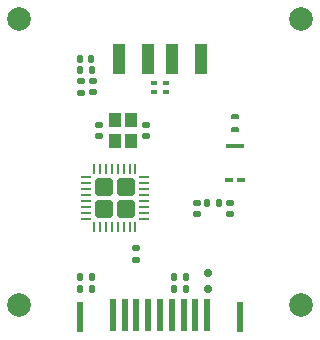
<source format=gbr>
%TF.GenerationSoftware,KiCad,Pcbnew,7.0.9*%
%TF.CreationDate,2024-04-04T21:50:02+13:00*%
%TF.ProjectId,panel,70616e65-6c2e-46b6-9963-61645f706362,rev?*%
%TF.SameCoordinates,Original*%
%TF.FileFunction,Paste,Bot*%
%TF.FilePolarity,Positive*%
%FSLAX46Y46*%
G04 Gerber Fmt 4.6, Leading zero omitted, Abs format (unit mm)*
G04 Created by KiCad (PCBNEW 7.0.9) date 2024-04-04 21:50:02*
%MOMM*%
%LPD*%
G01*
G04 APERTURE LIST*
G04 Aperture macros list*
%AMRoundRect*
0 Rectangle with rounded corners*
0 $1 Rounding radius*
0 $2 $3 $4 $5 $6 $7 $8 $9 X,Y pos of 4 corners*
0 Add a 4 corners polygon primitive as box body*
4,1,4,$2,$3,$4,$5,$6,$7,$8,$9,$2,$3,0*
0 Add four circle primitives for the rounded corners*
1,1,$1+$1,$2,$3*
1,1,$1+$1,$4,$5*
1,1,$1+$1,$6,$7*
1,1,$1+$1,$8,$9*
0 Add four rect primitives between the rounded corners*
20,1,$1+$1,$2,$3,$4,$5,0*
20,1,$1+$1,$4,$5,$6,$7,0*
20,1,$1+$1,$6,$7,$8,$9,0*
20,1,$1+$1,$8,$9,$2,$3,0*%
%AMOutline4P*
0 Free polygon, 4 corners , with rotation*
0 The origin of the aperture is its center*
0 number of corners: always 4*
0 $1 to $8 corner X, Y*
0 $9 Rotation angle, in degrees counterclockwise*
0 create outline with 4 corners*
4,1,4,$1,$2,$3,$4,$5,$6,$7,$8,$1,$2,$9*%
G04 Aperture macros list end*
%ADD10C,0.200000*%
%ADD11RoundRect,0.140000X-0.140000X-0.170000X0.140000X-0.170000X0.140000X0.170000X-0.140000X0.170000X0*%
%ADD12Outline4P,-0.175000X-0.325000X0.175000X-0.325000X0.175000X0.325000X-0.175000X0.325000X270.000000*%
%ADD13Outline4P,-0.175000X-0.800000X0.175000X-0.800000X0.175000X0.800000X-0.175000X0.800000X270.000000*%
%ADD14RoundRect,0.135000X0.185000X-0.135000X0.185000X0.135000X-0.185000X0.135000X-0.185000X-0.135000X0*%
%ADD15R,1.100000X2.500000*%
%ADD16RoundRect,0.140000X-0.170000X0.140000X-0.170000X-0.140000X0.170000X-0.140000X0.170000X0.140000X0*%
%ADD17R,0.500000X0.300000*%
%ADD18RoundRect,0.135000X0.135000X0.185000X-0.135000X0.185000X-0.135000X-0.185000X0.135000X-0.185000X0*%
%ADD19RoundRect,0.150000X0.200000X-0.150000X0.200000X0.150000X-0.200000X0.150000X-0.200000X-0.150000X0*%
%ADD20R,1.000000X1.150000*%
%ADD21RoundRect,0.135000X-0.185000X0.135000X-0.185000X-0.135000X0.185000X-0.135000X0.185000X0.135000X0*%
%ADD22RoundRect,0.135000X-0.135000X-0.185000X0.135000X-0.185000X0.135000X0.185000X-0.135000X0.185000X0*%
%ADD23RoundRect,0.250000X0.495000X0.495000X-0.495000X0.495000X-0.495000X-0.495000X0.495000X-0.495000X0*%
%ADD24RoundRect,0.062500X0.337500X0.062500X-0.337500X0.062500X-0.337500X-0.062500X0.337500X-0.062500X0*%
%ADD25RoundRect,0.062500X0.062500X0.337500X-0.062500X0.337500X-0.062500X-0.337500X0.062500X-0.337500X0*%
%ADD26RoundRect,0.147500X-0.147500X-0.172500X0.147500X-0.172500X0.147500X0.172500X-0.147500X0.172500X0*%
%ADD27RoundRect,0.140000X0.170000X-0.140000X0.170000X0.140000X-0.170000X0.140000X-0.170000X-0.140000X0*%
%ADD28R,0.500000X2.800000*%
%ADD29R,0.600000X2.600000*%
%ADD30C,2.000000*%
G04 APERTURE END LIST*
D10*
%TO.C,AE1*%
X154600000Y-30550000D02*
X155100000Y-30550000D01*
X155100000Y-30550000D02*
X155100000Y-30850000D01*
X155100000Y-30850000D02*
X154600000Y-30850000D01*
X154600000Y-30850000D02*
X154600000Y-30550000D01*
G36*
X154600000Y-30550000D02*
G01*
X155100000Y-30550000D01*
X155100000Y-30850000D01*
X154600000Y-30850000D01*
X154600000Y-30550000D01*
G37*
X154600000Y-31650000D02*
X155100000Y-31650000D01*
X155100000Y-31650000D02*
X155100000Y-31950000D01*
X155100000Y-31950000D02*
X154600000Y-31950000D01*
X154600000Y-31950000D02*
X154600000Y-31650000D01*
G36*
X154600000Y-31650000D02*
G01*
X155100000Y-31650000D01*
X155100000Y-31950000D01*
X154600000Y-31950000D01*
X154600000Y-31650000D01*
G37*
%TD*%
D11*
%TO.C,C1*%
X141720000Y-25850000D03*
X142680000Y-25850000D03*
%TD*%
D12*
%TO.C,AE1*%
X154375000Y-36125000D03*
D13*
X154850000Y-33175000D03*
D12*
X155325000Y-36125000D03*
%TD*%
D14*
%TO.C,R9*%
X146500000Y-42860000D03*
X146500000Y-41840000D03*
%TD*%
D15*
%TO.C,J1*%
X152000000Y-25850000D03*
X149500000Y-25850000D03*
X147500000Y-25850000D03*
X145000000Y-25850000D03*
%TD*%
D16*
%TO.C,C14*%
X154400000Y-38020000D03*
X154400000Y-38980000D03*
%TD*%
%TO.C,C7*%
X143350000Y-31420000D03*
X143350000Y-32380000D03*
%TD*%
%TO.C,C12*%
X151600000Y-38020000D03*
X151600000Y-38980000D03*
%TD*%
D17*
%TO.C,D7*%
X149000000Y-28600000D03*
X149000000Y-27900000D03*
%TD*%
D18*
%TO.C,R23*%
X150710000Y-44300000D03*
X149690000Y-44300000D03*
%TD*%
%TO.C,R22*%
X150710000Y-45300000D03*
X149690000Y-45300000D03*
%TD*%
D19*
%TO.C,D8*%
X152550000Y-43950000D03*
X152550000Y-45350000D03*
%TD*%
D17*
%TO.C,D6*%
X148000000Y-28600000D03*
X148000000Y-27900000D03*
%TD*%
D20*
%TO.C,Y1*%
X144650000Y-32775000D03*
X144650000Y-31025000D03*
X146050000Y-31025000D03*
X146050000Y-32775000D03*
%TD*%
D21*
%TO.C,R29*%
X141800000Y-27690000D03*
X141800000Y-28710000D03*
%TD*%
D22*
%TO.C,R20*%
X141690000Y-45300000D03*
X142710000Y-45300000D03*
%TD*%
%TO.C,R21*%
X141690000Y-44300000D03*
X142710000Y-44300000D03*
%TD*%
D16*
%TO.C,C21*%
X142800000Y-27720000D03*
X142800000Y-28680000D03*
%TD*%
D23*
%TO.C,U4*%
X145600000Y-38550000D03*
X145600000Y-36700000D03*
X143750000Y-38550000D03*
X143750000Y-36700000D03*
D24*
X147125000Y-35875000D03*
X147125000Y-36375000D03*
X147125000Y-36875000D03*
X147125000Y-37375000D03*
X147125000Y-37875000D03*
X147125000Y-38375000D03*
X147125000Y-38875000D03*
X147125000Y-39375000D03*
D25*
X146425000Y-40075000D03*
X145925000Y-40075000D03*
X145425000Y-40075000D03*
X144925000Y-40075000D03*
X144425000Y-40075000D03*
X143925000Y-40075000D03*
X143425000Y-40075000D03*
X142925000Y-40075000D03*
D24*
X142225000Y-39375000D03*
X142225000Y-38875000D03*
X142225000Y-38375000D03*
X142225000Y-37875000D03*
X142225000Y-37375000D03*
X142225000Y-36875000D03*
X142225000Y-36375000D03*
X142225000Y-35875000D03*
D25*
X142925000Y-35175000D03*
X143425000Y-35175000D03*
X143925000Y-35175000D03*
X144425000Y-35175000D03*
X144925000Y-35175000D03*
X145425000Y-35175000D03*
X145925000Y-35175000D03*
X146425000Y-35175000D03*
%TD*%
D26*
%TO.C,L3*%
X152515000Y-38050000D03*
X153485000Y-38050000D03*
%TD*%
D27*
%TO.C,C8*%
X147350000Y-32380000D03*
X147350000Y-31420000D03*
%TD*%
D18*
%TO.C,R27*%
X142710000Y-26800000D03*
X141690000Y-26800000D03*
%TD*%
D28*
%TO.C,J2*%
X144500000Y-47550000D03*
X145500000Y-47550000D03*
X146500000Y-47550000D03*
X147500000Y-47550000D03*
X148500000Y-47550000D03*
X149500000Y-47550000D03*
X150500000Y-47550000D03*
X151500000Y-47550000D03*
X152500000Y-47550000D03*
D29*
X141725000Y-47650000D03*
X155275000Y-47650000D03*
%TD*%
D30*
%TO.C,KiKit_TO_3*%
X136599000Y-46700000D03*
%TD*%
%TO.C,KiKit_TO_1*%
X136599000Y-22500000D03*
%TD*%
%TO.C,KiKit_TO_4*%
X160401000Y-46700000D03*
%TD*%
%TO.C,KiKit_TO_2*%
X160401000Y-22500000D03*
%TD*%
M02*

</source>
